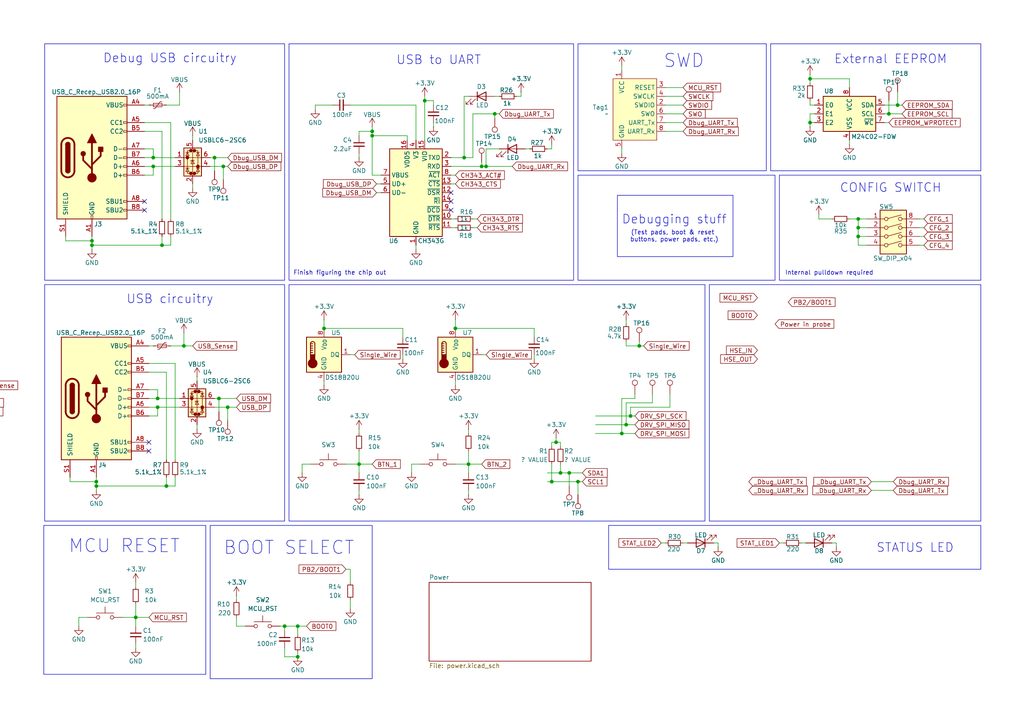
<source format=kicad_sch>
(kicad_sch (version 20231120) (generator "eeschema") (generator_version "8.0")
  (paper "A4")
  (lib_symbols
    (symbol "Connector:TestPoint" (pin_numbers hide) (pin_names (offset 0.762) hide)
      (property "Reference" "TP" (at 0 6.858 0))
      (property "Value" "TestPoint" (at 0 5.08 0))
      (symbol "TestPoint_1_1"
        (pin passive line (at 0 0 90) (length 2.54) (name "1") (number "1"))
      )
    )
    (symbol "Connector:USB_C_Receptacle_USB2.0_16P" (pin_names (offset 1.016))
      (property "Reference" "J" (at 0 22.225 0))
      (property "Value" "USB_C_Receptacle_USB2.0_16P" (at 0 19.685 0))
      (symbol "USB_C_Receptacle_USB2.0_16P_1_1"
        (pin passive line (at 0 -22.86 90) (length 5.08) (name "GND") (number "A1"))
        (pin passive line (at 0 -22.86 90) (length 5.08) hide (name "GND") (number "A12"))
        (pin passive line (at 15.24 15.24 180) (length 5.08) (name "VBUS") (number "A4"))
        (pin bidirectional line (at 15.24 10.16 180) (length 5.08) (name "CC1") (number "A5"))
        (pin bidirectional line (at 15.24 -2.54 180) (length 5.08) (name "D+") (number "A6"))
        (pin bidirectional line (at 15.24 2.54 180) (length 5.08) (name "D-") (number "A7"))
        (pin bidirectional line (at 15.24 -12.7 180) (length 5.08) (name "SBU1") (number "A8"))
        (pin passive line (at 15.24 15.24 180) (length 5.08) hide (name "VBUS") (number "A9"))
        (pin passive line (at 0 -22.86 90) (length 5.08) hide (name "GND") (number "B1"))
        (pin passive line (at 0 -22.86 90) (length 5.08) hide (name "GND") (number "B12"))
        (pin passive line (at 15.24 15.24 180) (length 5.08) hide (name "VBUS") (number "B4"))
        (pin bidirectional line (at 15.24 7.62 180) (length 5.08) (name "CC2") (number "B5"))
        (pin bidirectional line (at 15.24 -5.08 180) (length 5.08) (name "D+") (number "B6"))
        (pin bidirectional line (at 15.24 0 180) (length 5.08) (name "D-") (number "B7"))
        (pin bidirectional line (at 15.24 -15.24 180) (length 5.08) (name "SBU2") (number "B8"))
        (pin passive line (at 15.24 15.24 180) (length 5.08) hide (name "VBUS") (number "B9"))
        (pin passive line (at -7.62 -22.86 90) (length 5.08) (name "SHIELD") (number "S1"))
      )
    )
    (symbol "Device:C_Small" (pin_numbers hide) (pin_names (offset 0.254) hide)
      (property "Reference" "C" (at 0.254 1.778 0))
      (property "Value" "C_Small" (at 0.254 -2.032 0))
      (symbol "C_Small_1_1"
        (pin passive line (at 0 2.54 270) (length 2.032) (name "~") (number "1"))
        (pin passive line (at 0 -2.54 90) (length 2.032) (name "~") (number "2"))
      )
    )
    (symbol "Device:LED" (pin_numbers hide) (pin_names (offset 1.016) hide)
      (property "Reference" "D" (at 0 2.54 0))
      (property "Value" "LED" (at 0 -2.54 0))
      (symbol "LED_1_1"
        (pin passive line (at -3.81 0 0) (length 2.54) (name "K") (number "1"))
        (pin passive line (at 3.81 0 180) (length 2.54) (name "A") (number "2"))
      )
    )
    (symbol "Device:Polyfuse_Small" (pin_numbers hide) (pin_names (offset 0))
      (property "Reference" "F" (at -1.905 0 90))
      (property "Value" "Polyfuse_Small" (at 1.905 0 90))
      (symbol "Polyfuse_Small_1_1"
        (pin passive line (at 0 2.54 270) (length 0.635) (name "~") (number "1"))
        (pin passive line (at 0 -2.54 90) (length 0.635) (name "~") (number "2"))
      )
    )
    (symbol "Device:R_Small" (pin_numbers hide) (pin_names (offset 0.254) hide)
      (property "Reference" "R" (at 0.762 0.508 0))
      (property "Value" "R_Small" (at 0.762 -1.016 0))
      (symbol "R_Small_1_1"
        (pin passive line (at 0 2.54 270) (length 0.762) (name "~") (number "1"))
        (pin passive line (at 0 -2.54 90) (length 0.762) (name "~") (number "2"))
      )
    )
    (symbol "Interface_USB:CH343G"
      (property "Reference" "U" (at -8.89 13.97 0))
      (property "Value" "CH343G" (at 7.62 13.97 0))
      (symbol "CH343G_1_1"
        (pin power_in line (at 0 -15.24 90) (length 2.54) (name "GND") (number "1"))
        (pin output line (at 10.16 -7.62 180) (length 2.54) (name "~{DTR}") (number "10"))
        (pin output line (at 10.16 -10.16 180) (length 2.54) (name "~{RTS}") (number "11"))
        (pin input line (at 10.16 0 180) (length 2.54) (name "~{DSR}") (number "12"))
        (pin input line (at 10.16 2.54 180) (length 2.54) (name "~{CTS}") (number "13"))
        (pin input line (at 10.16 -2.54 180) (length 2.54) (name "~{RI}") (number "14"))
        (pin power_in line (at 2.54 15.24 270) (length 2.54) (name "VIO") (number "15"))
        (pin power_in line (at -2.54 15.24 270) (length 2.54) (name "VDD5") (number "16"))
        (pin output line (at 10.16 10.16 180) (length 2.54) (name "TXD") (number "2"))
        (pin input line (at 10.16 7.62 180) (length 2.54) (name "RXD") (number "3"))
        (pin power_out line (at 0 15.24 270) (length 2.54) (name "V3") (number "4"))
        (pin bidirectional line (at -10.16 2.54 0) (length 2.54) (name "UD+") (number "5"))
        (pin bidirectional line (at -10.16 0 0) (length 2.54) (name "UD-") (number "6"))
        (pin passive line (at -10.16 5.08 0) (length 2.54) (name "VBUS") (number "7"))
        (pin output line (at 10.16 5.08 180) (length 2.54) (name "~{ACT}") (number "8"))
        (pin input line (at 10.16 -5.08 180) (length 2.54) (name "~{DCD}") (number "9"))
      )
    )
    (symbol "Memory_EEPROM:M24C02-FDW"
      (property "Reference" "U" (at -6.35 6.35 0))
      (property "Value" "M24C02-FDW" (at 7.62 6.35 0))
      (symbol "M24C02-FDW_1_1"
        (pin input line (at -10.16 2.54 0) (length 2.54) (name "E0") (number "1"))
        (pin input line (at -10.16 0 0) (length 2.54) (name "E1") (number "2"))
        (pin input line (at -10.16 -2.54 0) (length 2.54) (name "E2") (number "3"))
        (pin power_in line (at 0 -7.62 90) (length 2.54) (name "VSS") (number "4"))
        (pin bidirectional line (at 10.16 2.54 180) (length 2.54) (name "SDA") (number "5"))
        (pin input line (at 10.16 0 180) (length 2.54) (name "SCL") (number "6"))
        (pin input line (at 10.16 -2.54 180) (length 2.54) (name "~{WC}") (number "7"))
        (pin power_in line (at 0 7.62 270) (length 2.54) (name "VCC") (number "8"))
      )
    )
    (symbol "Power_Protection:USBLC6-2SC6" (pin_names hide)
      (property "Reference" "U" (at 0.635 5.715 0))
      (property "Value" "USBLC6-2SC6" (at 0.635 3.81 0))
      (symbol "USBLC6-2SC6_1_1"
        (pin passive line (at -5.08 0 0) (length 2.54) (name "I/O1") (number "1"))
        (pin passive line (at 0 -7.62 90) (length 2.54) (name "GND") (number "2"))
        (pin passive line (at -5.08 -2.54 0) (length 2.54) (name "I/O2") (number "3"))
        (pin passive line (at 5.08 -2.54 180) (length 2.54) (name "I/O2") (number "4"))
        (pin passive line (at 0 5.08 270) (length 2.54) (name "VBUS") (number "5"))
        (pin passive line (at 5.08 0 180) (length 2.54) (name "I/O1") (number "6"))
      )
    )
    (symbol "Sensor_Temperature:DS18B20U"
      (property "Reference" "U" (at -3.81 6.35 0))
      (property "Value" "DS18B20U" (at 6.35 6.35 0))
      (symbol "DS18B20U_1_1"
        (pin bidirectional line (at 7.62 0 180) (length 2.54) (name "DQ") (number "1"))
        (pin no_connect line (at -5.08 2.54 0) (length 2.54) hide (name "NC") (number "2"))
        (pin no_connect line (at -5.08 0 0) (length 2.54) hide (name "NC") (number "3"))
        (pin power_in line (at 0 -7.62 90) (length 2.54) (name "GND") (number "4"))
        (pin no_connect line (at -5.08 -2.54 0) (length 2.54) hide (name "NC") (number "5"))
        (pin no_connect line (at 5.08 2.54 180) (length 2.54) hide (name "NC") (number "6"))
        (pin no_connect line (at 5.08 -2.54 180) (length 2.54) hide (name "NC") (number "7"))
        (pin power_in line (at 0 7.62 270) (length 2.54) (name "V_{DD}") (number "8"))
      )
    )
    (symbol "Switch:SW_DIP_x04" (pin_names (offset 0) hide)
      (property "Reference" "SW" (at 0 8.89 0))
      (property "Value" "SW_DIP_x04" (at 0 -6.35 0))
      (symbol "SW_DIP_x04_1_1"
        (pin passive line (at -7.62 5.08 0) (length 5.08) (name "~") (number "1"))
        (pin passive line (at -7.62 2.54 0) (length 5.08) (name "~") (number "2"))
        (pin passive line (at -7.62 0 0) (length 5.08) (name "~") (number "3"))
        (pin passive line (at -7.62 -2.54 0) (length 5.08) (name "~") (number "4"))
        (pin passive line (at 7.62 -2.54 180) (length 5.08) (name "~") (number "5"))
        (pin passive line (at 7.62 0 180) (length 5.08) (name "~") (number "6"))
        (pin passive line (at 7.62 2.54 180) (length 5.08) (name "~") (number "7"))
        (pin passive line (at 7.62 5.08 180) (length 5.08) (name "~") (number "8"))
      )
    )
    (symbol "Switch:SW_Push" (pin_numbers hide) (pin_names (offset 1.016) hide)
      (property "Reference" "SW" (at 1.27 2.54 0))
      (property "Value" "SW_Push" (at 0 -1.524 0))
      (symbol "SW_Push_0_1"
        (pin passive line (at -5.08 0 0) (length 2.54) (name "1") (number "1"))
        (pin passive line (at 5.08 0 180) (length 2.54) (name "2") (number "2"))
      )
    )
    (symbol "miscellaneous:Tag-Connect_TC2050"
      (property "Reference" "Tag" (at 10.414 1.778 0))
      (symbol "Tag-Connect_TC2050_1_1"
        (pin input line (at 2.54 2.54 270) (length 2.54) (name "VCC") (number "1"))
        (pin bidirectional line (at 15.24 -7.62 180) (length 2.54) (name "SWDIO") (number "2"))
        (pin bidirectional line (at 15.24 -2.54 180) (length 2.54) (name "RESET") (number "3"))
        (pin bidirectional line (at 15.24 -5.08 180) (length 2.54) (name "SWCLK") (number "4"))
        (pin input line (at 2.54 -20.32 90) (length 2.54) (name "GND") (number "5"))
        (pin bidirectional line (at 15.24 -10.16 180) (length 2.54) (name "SWO") (number "6"))
        (pin bidirectional line (at 15.24 -12.7 180) (length 2.54) (name "UART_Tx") (number "7"))
        (pin bidirectional line (at 15.24 -15.24 180) (length 2.54) (name "UART_Rx") (number "8"))
      )
    )
    (symbol "power:+3.3V" (power) (pin_numbers hide) (pin_names (offset 0) hide)
      (property "Value" "+3.3V" (at 0 3.556 0))
      (symbol "+3.3V_1_1"
        (pin power_in line (at 0 0 90) (length 0) (name "~") (number "1"))
      )
    )
    (symbol "power:GND" (power) (pin_numbers hide) (pin_names (offset 0) hide)
      (property "Value" "GND" (at 0 -3.81 0))
      (symbol "GND_1_1"
        (pin power_in line (at 0 0 270) (length 0) (name "~") (number "1"))
      )
    )
    (symbol "power:VBUS" (power) (pin_numbers hide) (pin_names (offset 0) hide)
      (property "Value" "VBUS" (at 0 3.556 0))
      (symbol "VBUS_1_1"
        (pin power_in line (at 0 0 90) (length 0) (name "~") (number "1"))
      )
    )
  )
  (junction (at 162.56 137.16))
  (junction (at 45.72 115.57))
  (junction (at 123.19 29.21))
  (junction (at 104.14 134.62))
  (junction (at 86.36 181.61))
  (junction (at 248.92 68.58))
  (junction (at 185.42 100.33))
  (junction (at 62.23 45.72))
  (junction (at 53.34 100.33))
  (junction (at 66.04 118.11))
  (junction (at 181.61 123.19))
  (junction (at 167.64 139.7))
  (junction (at 64.77 48.26))
  (junction (at 139.7 48.26))
  (junction (at 135.89 134.62))
  (junction (at 48.26 140.97))
  (junction (at 132.08 95.25))
  (junction (at 26.67 69.85))
  (junction (at 134.62 45.72))
  (junction (at 161.29 128.27))
  (junction (at 248.92 66.04))
  (junction (at 234.95 22.86))
  (junction (at 93.98 95.25))
  (junction (at 107.95 39.37))
  (junction (at 63.5 115.57))
  (junction (at 248.92 63.5))
  (junction (at 45.72 118.11))
  (junction (at 44.45 48.26))
  (junction (at 143.51 33.02))
  (junction (at 257.81 33.02))
  (junction (at 260.35 30.48))
  (junction (at 46.99 71.12))
  (junction (at 44.45 45.72))
  (junction (at 165.1 137.16))
  (junction (at 160.02 139.7))
  (junction (at 27.94 139.7))
  (junction (at 27.94 140.97))
  (junction (at 140.97 48.26))
  (junction (at 39.37 179.07))
  (junction (at 234.95 35.56))
  (junction (at 107.95 38.1))
  (junction (at 86.36 190.5))
  (junction (at 180.34 125.73))
  (junction (at 82.55 181.61))
  (junction (at 26.67 71.12))
  (junction (at 182.88 120.65))
  (no_connect (at 130.81 58.42))
  (no_connect (at 130.81 60.96))
  (no_connect (at 130.81 55.88))
  (no_connect (at 41.91 60.96))
  (no_connect (at 43.18 130.81))
  (no_connect (at 41.91 58.42))
  (no_connect (at 43.18 128.27))
  (wire (pts (xy 266.7 68.58) (xy 267.97 68.58)))
  (wire (pts (xy 193.04 33.02) (xy 198.12 33.02)))
  (wire (pts (xy 41.91 45.72) (xy 44.45 45.72)))
  (wire (pts (xy 116.84 102.87) (xy 116.84 104.14)))
  (wire (pts (xy 123.19 29.21) (xy 123.19 40.64)))
  (wire (pts (xy 120.65 71.12) (xy 120.65 72.39)))
  (wire (pts (xy 144.78 27.94) (xy 143.51 27.94)))
  (wire (pts (xy 248.92 71.12) (xy 251.46 71.12)))
  (wire (pts (xy 55.88 39.37) (xy 55.88 40.64)))
  (wire (pts (xy 234.95 35.56) (xy 234.95 36.83)))
  (wire (pts (xy 48.26 30.48) (xy 52.07 30.48)))
  (wire (pts (xy 260.35 30.48) (xy 261.62 30.48)))
  (wire (pts (xy 160.02 41.91) (xy 160.02 43.18)))
  (wire (pts (xy 93.98 92.71) (xy 93.98 95.25)))
  (wire (pts (xy 46.99 68.58) (xy 46.99 71.12)))
  (wire (pts (xy 87.63 134.62) (xy 87.63 137.16)))
  (wire (pts (xy 158.75 139.7) (xy 160.02 139.7)))
  (wire (pts (xy 140.97 102.87) (xy 139.7 102.87)))
  (wire (pts (xy 151.13 27.94) (xy 149.86 27.94)))
  (wire (pts (xy 184.15 114.3) (xy 184.15 115.57)))
  (wire (pts (xy 53.34 96.52) (xy 53.34 100.33)))
  (wire (pts (xy 132.08 95.25) (xy 154.94 95.25)))
  (wire (pts (xy 154.94 97.79) (xy 154.94 95.25)))
  (wire (pts (xy 135.89 130.81) (xy 135.89 134.62)))
  (wire (pts (xy 153.67 43.18) (xy 152.4 43.18)))
  (wire (pts (xy 101.6 165.1) (xy 101.6 168.91)))
  (wire (pts (xy 267.97 63.5) (xy 266.7 63.5)))
  (wire (pts (xy 41.91 30.48) (xy 43.18 30.48)))
  (wire (pts (xy 160.02 128.27) (xy 161.29 128.27)))
  (wire (pts (xy 68.58 115.57) (xy 63.5 115.57)))
  (wire (pts (xy 137.16 33.02) (xy 137.16 45.72)))
  (wire (pts (xy 27.94 140.97) (xy 48.26 140.97)))
  (wire (pts (xy 82.55 181.61) (xy 82.55 182.88)))
  (wire (pts (xy 234.95 33.02) (xy 234.95 35.56)))
  (wire (pts (xy 256.54 30.48) (xy 260.35 30.48)))
  (wire (pts (xy 257.81 29.21) (xy 257.81 33.02)))
  (wire (pts (xy 104.14 130.81) (xy 104.14 134.62)))
  (wire (pts (xy 104.14 134.62) (xy 104.14 137.16)))
  (wire (pts (xy 107.95 36.83) (xy 107.95 38.1)))
  (wire (pts (xy 266.7 71.12) (xy 267.97 71.12)))
  (wire (pts (xy 123.19 27.94) (xy 123.19 29.21)))
  (wire (pts (xy 66.04 45.72) (xy 62.23 45.72)))
  (wire (pts (xy 93.98 95.25) (xy 116.84 95.25)))
  (wire (pts (xy 27.94 138.43) (xy 27.94 139.7)))
  (wire (pts (xy 132.08 53.34) (xy 130.81 53.34)))
  (wire (pts (xy 64.77 48.26) (xy 64.77 52.07)))
  (wire (pts (xy 125.73 30.48) (xy 125.73 29.21)))
  (wire (pts (xy 104.14 142.24) (xy 104.14 143.51)))
  (wire (pts (xy 55.88 53.34) (xy 55.88 54.61)))
  (wire (pts (xy 50.8 48.26) (xy 44.45 48.26)))
  (wire (pts (xy 137.16 33.02) (xy 143.51 33.02)))
  (wire (pts (xy 43.18 107.95) (xy 48.26 107.95)))
  (wire (pts (xy 43.18 120.65) (xy 45.72 120.65)))
  (wire (pts (xy 82.55 187.96) (xy 82.55 190.5)))
  (wire (pts (xy 165.1 137.16) (xy 165.1 140.97)))
  (wire (pts (xy 189.23 114.3) (xy 189.23 116.84)))
  (wire (pts (xy 161.29 128.27) (xy 161.29 127)))
  (wire (pts (xy 50.8 133.35) (xy 50.8 105.41)))
  (wire (pts (xy 180.34 115.57) (xy 180.34 125.73)))
  (wire (pts (xy 180.34 43.18) (xy 180.34 44.45)))
  (wire (pts (xy 251.46 66.04) (xy 248.92 66.04)))
  (wire (pts (xy 45.72 115.57) (xy 45.72 113.03)))
  (wire (pts (xy 50.8 45.72) (xy 44.45 45.72)))
  (wire (pts (xy 180.34 125.73) (xy 172.72 125.73)))
  (wire (pts (xy 130.81 48.26) (xy 139.7 48.26)))
  (wire (pts (xy 93.98 110.49) (xy 93.98 111.76)))
  (wire (pts (xy 143.51 33.02) (xy 144.78 33.02)))
  (wire (pts (xy 260.35 26.67) (xy 260.35 30.48)))
  (wire (pts (xy 96.52 30.48) (xy 91.44 30.48)))
  (wire (pts (xy 27.94 139.7) (xy 27.94 140.97)))
  (wire (pts (xy 194.31 114.3) (xy 194.31 118.11)))
  (wire (pts (xy 123.19 29.21) (xy 125.73 29.21)))
  (wire (pts (xy 49.53 71.12) (xy 46.99 71.12)))
  (wire (pts (xy 248.92 63.5) (xy 248.92 66.04)))
  (wire (pts (xy 49.53 63.5) (xy 49.53 35.56)))
  (wire (pts (xy 160.02 139.7) (xy 167.64 139.7)))
  (wire (pts (xy 134.62 45.72) (xy 137.16 45.72)))
  (wire (pts (xy 184.15 123.19) (xy 181.61 123.19)))
  (wire (pts (xy 50.8 105.41) (xy 43.18 105.41)))
  (wire (pts (xy 110.49 50.8) (xy 107.95 50.8)))
  (wire (pts (xy 165.1 137.16) (xy 168.91 137.16)))
  (wire (pts (xy 104.14 124.46) (xy 104.14 125.73)))
  (wire (pts (xy 185.42 99.06) (xy 185.42 100.33)))
  (wire (pts (xy 41.91 48.26) (xy 44.45 48.26)))
  (wire (pts (xy 252.73 142.24) (xy 259.08 142.24)))
  (wire (pts (xy 160.02 134.62) (xy 160.02 139.7)))
  (wire (pts (xy 119.38 134.62) (xy 119.38 137.16)))
  (wire (pts (xy 64.77 48.26) (xy 60.96 48.26)))
  (wire (pts (xy 81.28 181.61) (xy 82.55 181.61)))
  (wire (pts (xy 52.07 115.57) (xy 45.72 115.57)))
  (wire (pts (xy 109.22 53.34) (xy 110.49 53.34)))
  (wire (pts (xy 104.14 134.62) (xy 100.33 134.62)))
  (wire (pts (xy 193.04 30.48) (xy 198.12 30.48)))
  (wire (pts (xy 41.91 38.1) (xy 46.99 38.1)))
  (wire (pts (xy 57.15 109.22) (xy 57.15 110.49)))
  (wire (pts (xy 193.04 25.4) (xy 198.12 25.4)))
  (wire (pts (xy 39.37 168.91) (xy 39.37 170.18)))
  (wire (pts (xy 246.38 40.64) (xy 246.38 41.91)))
  (wire (pts (xy 132.08 63.5) (xy 130.81 63.5)))
  (wire (pts (xy 234.95 22.86) (xy 246.38 22.86)))
  (wire (pts (xy 242.57 157.48) (xy 242.57 158.75)))
  (wire (pts (xy 82.55 181.61) (xy 86.36 181.61)))
  (wire (pts (xy 45.72 118.11) (xy 45.72 120.65)))
  (wire (pts (xy 139.7 48.26) (xy 140.97 48.26)))
  (wire (pts (xy 232.41 157.48) (xy 233.68 157.48)))
  (wire (pts (xy 104.14 38.1) (xy 107.95 38.1)))
  (wire (pts (xy 44.45 43.18) (xy 41.91 43.18)))
  (wire (pts (xy 181.61 116.84) (xy 181.61 123.19)))
  (wire (pts (xy 100.33 165.1) (xy 101.6 165.1)))
  (wire (pts (xy 162.56 134.62) (xy 162.56 137.16)))
  (wire (pts (xy 82.55 190.5) (xy 86.36 190.5)))
  (wire (pts (xy 257.81 33.02) (xy 261.62 33.02)))
  (wire (pts (xy 143.51 33.02) (xy 143.51 34.29)))
  (wire (pts (xy 41.91 50.8) (xy 44.45 50.8)))
  (wire (pts (xy 104.14 134.62) (xy 107.95 134.62)))
  (wire (pts (xy 144.78 43.18) (xy 140.97 43.18)))
  (wire (pts (xy 20.32 139.7) (xy 27.94 139.7)))
  (wire (pts (xy 182.88 120.65) (xy 172.72 120.65)))
  (wire (pts (xy 120.65 40.64) (xy 120.65 30.48)))
  (wire (pts (xy 160.02 43.18) (xy 158.75 43.18)))
  (wire (pts (xy 44.45 48.26) (xy 44.45 50.8)))
  (wire (pts (xy 49.53 68.58) (xy 49.53 71.12)))
  (wire (pts (xy 193.04 38.1) (xy 198.12 38.1)))
  (wire (pts (xy 226.06 157.48) (xy 227.33 157.48)))
  (wire (pts (xy 39.37 175.26) (xy 39.37 179.07)))
  (wire (pts (xy 26.67 68.58) (xy 26.67 69.85)))
  (wire (pts (xy 57.15 123.19) (xy 57.15 124.46)))
  (wire (pts (xy 236.22 35.56) (xy 234.95 35.56)))
  (wire (pts (xy 132.08 66.04) (xy 130.81 66.04)))
  (wire (pts (xy 125.73 35.56) (xy 125.73 36.83)))
  (wire (pts (xy 45.72 113.03) (xy 43.18 113.03)))
  (wire (pts (xy 39.37 179.07) (xy 39.37 181.61)))
  (wire (pts (xy 107.95 39.37) (xy 107.95 50.8)))
  (wire (pts (xy 236.22 33.02) (xy 234.95 33.02)))
  (wire (pts (xy 68.58 179.07) (xy 68.58 181.61)))
  (wire (pts (xy 26.67 72.39) (xy 26.67 71.12)))
  (wire (pts (xy 138.43 63.5) (xy 137.16 63.5)))
  (wire (pts (xy 107.95 38.1) (xy 107.95 39.37)))
  (wire (pts (xy 26.67 69.85) (xy 26.67 71.12)))
  (wire (pts (xy 39.37 186.69) (xy 39.37 187.96)))
  (wire (pts (xy 135.89 142.24) (xy 135.89 143.51)))
  (wire (pts (xy 167.64 139.7) (xy 168.91 139.7)))
  (wire (pts (xy 63.5 115.57) (xy 62.23 115.57)))
  (wire (pts (xy 234.95 22.86) (xy 234.95 24.13)))
  (wire (pts (xy 86.36 181.61) (xy 88.9 181.61)))
  (wire (pts (xy 154.94 102.87) (xy 154.94 104.14)))
  (wire (pts (xy 256.54 33.02) (xy 257.81 33.02)))
  (wire (pts (xy 134.62 27.94) (xy 134.62 45.72)))
  (wire (pts (xy 140.97 43.18) (xy 140.97 48.26)))
  (wire (pts (xy 162.56 129.54) (xy 162.56 128.27)))
  (wire (pts (xy 19.05 68.58) (xy 19.05 69.85)))
  (wire (pts (xy 132.08 110.49) (xy 132.08 111.76)))
  (wire (pts (xy 184.15 125.73) (xy 180.34 125.73)))
  (wire (pts (xy 237.49 63.5) (xy 241.3 63.5)))
  (wire (pts (xy 252.73 139.7) (xy 259.08 139.7)))
  (wire (pts (xy 52.07 26.67) (xy 52.07 30.48)))
  (wire (pts (xy 120.65 30.48) (xy 101.6 30.48)))
  (wire (pts (xy 109.22 55.88) (xy 110.49 55.88)))
  (wire (pts (xy 180.34 19.05) (xy 180.34 20.32)))
  (wire (pts (xy 248.92 66.04) (xy 248.92 68.58)))
  (wire (pts (xy 90.17 134.62) (xy 87.63 134.62)))
  (wire (pts (xy 193.04 35.56) (xy 198.12 35.56)))
  (wire (pts (xy 43.18 115.57) (xy 45.72 115.57)))
  (wire (pts (xy 116.84 97.79) (xy 116.84 95.25)))
  (wire (pts (xy 50.8 138.43) (xy 50.8 140.97)))
  (wire (pts (xy 66.04 118.11) (xy 66.04 121.92)))
  (wire (pts (xy 63.5 115.57) (xy 63.5 119.38)))
  (wire (pts (xy 241.3 157.48) (xy 242.57 157.48)))
  (wire (pts (xy 198.12 157.48) (xy 199.39 157.48)))
  (wire (pts (xy 20.32 138.43) (xy 20.32 139.7)))
  (wire (pts (xy 161.29 128.27) (xy 162.56 128.27)))
  (wire (pts (xy 139.7 46.99) (xy 139.7 48.26)))
  (wire (pts (xy 135.89 134.62) (xy 135.89 137.16)))
  (wire (pts (xy 158.75 137.16) (xy 162.56 137.16)))
  (wire (pts (xy 48.26 107.95) (xy 48.26 133.35)))
  (wire (pts (xy 55.88 100.33) (xy 53.34 100.33)))
  (wire (pts (xy 48.26 138.43) (xy 48.26 140.97)))
  (wire (pts (xy 39.37 179.07) (xy 43.18 179.07)))
  (wire (pts (xy 234.95 29.21) (xy 234.95 30.48)))
  (wire (pts (xy 118.11 39.37) (xy 118.11 40.64)))
  (wire (pts (xy 49.53 100.33) (xy 53.34 100.33)))
  (wire (pts (xy 22.86 179.07) (xy 22.86 181.61)))
  (wire (pts (xy 181.61 99.06) (xy 181.61 100.33)))
  (wire (pts (xy 184.15 120.65) (xy 182.88 120.65)))
  (wire (pts (xy 132.08 92.71) (xy 132.08 95.25)))
  (wire (pts (xy 160.02 129.54) (xy 160.02 128.27)))
  (wire (pts (xy 251.46 63.5) (xy 248.92 63.5)))
  (wire (pts (xy 193.04 27.94) (xy 198.12 27.94)))
  (wire (pts (xy 52.07 118.11) (xy 45.72 118.11)))
  (wire (pts (xy 138.43 66.04) (xy 137.16 66.04)))
  (wire (pts (xy 68.58 118.11) (xy 66.04 118.11)))
  (wire (pts (xy 191.77 157.48) (xy 193.04 157.48)))
  (wire (pts (xy 71.12 181.61) (xy 68.58 181.61)))
  (wire (pts (xy 27.94 142.24) (xy 27.94 140.97)))
  (wire (pts (xy 189.23 116.84) (xy 181.61 116.84)))
  (wire (pts (xy 66.04 118.11) (xy 62.23 118.11)))
  (wire (pts (xy 208.28 157.48) (xy 207.01 157.48)))
  (wire (pts (xy 208.28 158.75) (xy 208.28 157.48)))
  (wire (pts (xy 151.13 26.67) (xy 151.13 27.94)))
  (wire (pts (xy 181.61 123.19) (xy 172.72 123.19)))
  (wire (pts (xy 68.58 172.72) (xy 68.58 173.99)))
  (wire (pts (xy 251.46 68.58) (xy 248.92 68.58)))
  (wire (pts (xy 194.31 118.11) (xy 182.88 118.11)))
  (wire (pts (xy 130.81 45.72) (xy 134.62 45.72)))
  (wire (pts (xy 43.18 118.11) (xy 45.72 118.11)))
  (wire (pts (xy 181.61 92.71) (xy 181.61 93.98)))
  (wire (pts (xy 62.23 45.72) (xy 62.23 49.53)))
  (wire (pts (xy 104.14 44.45) (xy 104.14 45.72)))
  (wire (pts (xy 248.92 68.58) (xy 248.92 71.12)))
  (wire (pts (xy 91.44 30.48) (xy 91.44 31.75)))
  (wire (pts (xy 39.37 179.07) (xy 35.56 179.07)))
  (wire (pts (xy 236.22 30.48) (xy 234.95 30.48)))
  (wire (pts (xy 140.97 48.26) (xy 148.59 48.26)))
  (wire (pts (xy 234.95 21.59) (xy 234.95 22.86)))
  (wire (pts (xy 26.67 71.12) (xy 46.99 71.12)))
  (wire (pts (xy 237.49 62.23) (xy 237.49 63.5)))
  (wire (pts (xy 246.38 22.86) (xy 246.38 25.4)))
  (wire (pts (xy 86.36 181.61) (xy 86.36 184.15)))
  (wire (pts (xy 25.4 179.07) (xy 22.86 179.07)))
  (wire (pts (xy 184.15 115.57) (xy 180.34 115.57)))
  (wire (pts (xy 246.38 63.5) (xy 248.92 63.5)))
  (wire (pts (xy 135.89 134.62) (xy 139.7 134.62)))
  (wire (pts (xy 19.05 69.85) (xy 26.67 69.85)))
  (wire (pts (xy 107.95 39.37) (xy 118.11 39.37)))
  (wire (pts (xy 135.89 124.46) (xy 135.89 125.73)))
  (wire (pts (xy 162.56 137.16) (xy 165.1 137.16)))
  (wire (pts (xy 186.69 100.33) (xy 185.42 100.33)))
  (wire (pts (xy 121.92 134.62) (xy 119.38 134.62)))
  (wire (pts (xy 256.54 35.56) (xy 257.81 35.56)))
  (wire (pts (xy 101.6 173.99) (xy 101.6 176.53)))
  (wire (pts (xy 135.89 134.62) (xy 132.08 134.62)))
  (wire (pts (xy 66.04 48.26) (xy 64.77 48.26)))
  (wire (pts (xy 49.53 35.56) (xy 41.91 35.56)))
  (wire (pts (xy 132.08 50.8) (xy 130.81 50.8)))
  (wire (pts (xy 185.42 100.33) (xy 181.61 100.33)))
  (wire (pts (xy 167.64 139.7) (xy 167.64 143.51)))
  (wire (pts (xy 62.23 45.72) (xy 60.96 45.72)))
  (wire (pts (xy 86.36 189.23) (xy 86.36 190.5)))
  (wire (pts (xy 43.18 100.33) (xy 44.45 100.33)))
  (wire (pts (xy 182.88 118.11) (xy 182.88 120.65)))
  (wire (pts (xy 267.97 66.04) (xy 266.7 66.04)))
  (wire (pts (xy 44.45 45.72) (xy 44.45 43.18)))
  (wire (pts (xy 135.89 27.94) (xy 134.62 27.94)))
  (wire (pts (xy 46.99 38.1) (xy 46.99 63.5)))
  (wire (pts (xy 102.87 102.87) (xy 101.6 102.87)))
  (wire (pts (xy 104.14 39.37) (xy 104.14 38.1)))
  (wire (pts (xy 50.8 140.97) (xy 48.26 140.97)))
  (rectangle (start 12.954 82.55) (end 82.55 151.13))
  (rectangle (start 167.64 12.7) (end 222.25 49.53))
  (rectangle (start 223.52 12.7) (end 284.48 49.53))
  (rectangle (start 60.96 152.4) (end 107.95 196.85))
  (rectangle (start 83.82 12.7) (end 166.37 81.28))
  (rectangle (start 167.64 50.8) (end 224.79 81.28))
  (rectangle (start 179.07 56.642) (end 212.598 74.422))
  (rectangle (start 83.82 82.55) (end 204.47 151.13))
  (rectangle (start 12.954 12.7) (end 82.55 81.28))
  (rectangle (start 226.06 50.8) (end 284.48 81.28))
  (rectangle (start 176.53 152.4) (end 284.48 165.1))
  (rectangle (start 12.7 152.4) (end 59.69 195.58))
  (rectangle (start 205.74 82.55) (end 284.48 151.13))
  (text "BOOT SELECT" (at 83.82 159.004 0) (effects (font (size 3.81 3.81))))
  (text "STATUS LED" (at 265.43 159.004 0) (effects (font (size 2.54 2.54))))
  (text "USB circuitry" (at 49.276 86.868 0) (effects (font (size 2.54 2.54))))
  (text "USB to UART" (at 127.254 17.526 0) (effects (font (size 2.54 2.54))))
  (text "Internal pulldown required" (at 240.538 79.248 0) (effects (font (size 1.27 1.27))))
  (text "Finish figuring the chip out" (at 98.552 79.248 0) (effects (font (size 1.27 1.27))))
  (text "Debugging stuff" (at 195.58 63.754 0) (effects (font (size 2.54 2.54))))
  (text "External EEPROM" (at 258.318 17.272 0) (effects (font (size 2.54 2.54))))
  (text "CONFIG SWITCH" (at 258.318 54.61 0) (effects (font (size 2.54 2.54))))
  (text "SWD" (at 198.374 17.78 0) (effects (font (size 3.81 3.81))))
  (text "MCU RESET" (at 36.068 158.496 0) (effects (font (size 3.81 3.81))))
  (text "(Test pads, boot & reset \nbuttons, power pads, etc.)" (at 195.58 68.58 0) (effects (font (size 1.27 1.27))))
  (text "Debug USB circuitry" (at 49.276 17.018 0) (effects (font (size 2.54 2.54))))
  (global_label "Dbug_UART_Rx" (shape input) (at 259.08 139.7 0) (property "Intersheetrefs" "${INTERSHEET_REFS}" (effects (hide yes))))
  (global_label "EEPROM_SDA" (shape input) (at 261.62 30.48 0) (property "Intersheetrefs" "${INTERSHEET_REFS}" (effects (hide yes))))
  (global_label "Dbug_UART_Rx" (shape input) (at 198.12 38.1 0) (property "Intersheetrefs" "${INTERSHEET_REFS}" (effects (hide yes))))
  (global_label "SCL1" (shape input) (at 168.91 139.7 0) (property "Intersheetrefs" "${INTERSHEET_REFS}" (effects (hide yes))))
  (global_label "CH343_CTS" (shape input) (at 132.08 53.34 0) (property "Intersheetrefs" "${INTERSHEET_REFS}" (effects (hide yes))))
  (global_label "EEPROM_SCL" (shape input) (at 261.62 33.02 0) (property "Intersheetrefs" "${INTERSHEET_REFS}" (effects (hide yes))))
  (global_label "PB2{slash}BOOT1" (shape input) (at 228.6 87.63 0) (property "Intersheetrefs" "${INTERSHEET_REFS}" (effects (hide yes))))
  (global_label "USB_DP" (shape input) (at -8.89 119.38 0) (property "Intersheetrefs" "${INTERSHEET_REFS}" (effects (hide yes))))
  (global_label "STAT_LED2" (shape input) (at 191.77 157.48 180) (property "Intersheetrefs" "${INTERSHEET_REFS}" (effects (hide yes))))
  (global_label "Dbug_UART_Rx" (shape input) (at 148.59 48.26 0) (property "Intersheetrefs" "${INTERSHEET_REFS}" (effects (hide yes))))
  (global_label "MCU_RST" (shape input) (at 198.12 25.4 0) (property "Intersheetrefs" "${INTERSHEET_REFS}" (effects (hide yes))))
  (global_label "Dbug_UART_Tx" (shape input) (at 144.78 33.02 0) (property "Intersheetrefs" "${INTERSHEET_REFS}" (effects (hide yes))))
  (global_label "SWDIO" (shape input) (at -8.89 121.92 0) (property "Intersheetrefs" "${INTERSHEET_REFS}" (effects (hide yes))))
  (global_label "MCU_RST" (shape input) (at 219.71 86.36 180) (property "Intersheetrefs" "${INTERSHEET_REFS}" (effects (hide yes))))
  (global_label "SWCLK" (shape input) (at -8.89 124.46 0) (property "Intersheetrefs" "${INTERSHEET_REFS}" (effects (hide yes))))
  (global_label "_Dbug_UART_Tx" (shape input) (at 217.17 139.7 0) (property "Intersheetrefs" "${INTERSHEET_REFS}" (effects (hide yes))))
  (global_label "Dbug_USB_DM" (shape input) (at 109.22 55.88 180) (property "Intersheetrefs" "${INTERSHEET_REFS}" (effects (hide yes))))
  (global_label "CH343_ACT#" (shape input) (at 132.08 50.8 0) (property "Intersheetrefs" "${INTERSHEET_REFS}" (effects (hide yes))))
  (global_label "SWDIO" (shape input) (at 198.12 30.48 0) (property "Intersheetrefs" "${INTERSHEET_REFS}" (effects (hide yes))))
  (global_label "USB_DP" (shape input) (at 68.58 118.11 0) (property "Intersheetrefs" "${INTERSHEET_REFS}" (effects (hide yes))))
  (global_label "DRV_SPI_MOSI" (shape input) (at 184.15 125.73 0) (property "Intersheetrefs" "${INTERSHEET_REFS}" (effects (hide yes))))
  (global_label "Dbug_USB_DM" (shape input) (at 66.04 45.72 0) (property "Intersheetrefs" "${INTERSHEET_REFS}" (effects (hide yes))))
  (global_label "EEPROM_WPROTECT" (shape input) (at 257.81 35.56 0) (property "Intersheetrefs" "${INTERSHEET_REFS}" (effects (hide yes))))
  (global_label "SDA1" (shape input) (at 168.91 137.16 0) (property "Intersheetrefs" "${INTERSHEET_REFS}" (effects (hide yes))))
  (global_label "CH343_RTS" (shape input) (at 138.43 66.04 0) (property "Intersheetrefs" "${INTERSHEET_REFS}" (effects (hide yes))))
  (global_label "SWO" (shape input) (at 198.12 33.02 0) (property "Intersheetrefs" "${INTERSHEET_REFS}" (effects (hide yes))))
  (global_label "Single_Wire" (shape input) (at 140.97 102.87 0) (property "Intersheetrefs" "${INTERSHEET_REFS}" (effects (hide yes))))
  (global_label "Dbug_UART_Tx" (shape input) (at 198.12 35.56 0) (property "Intersheetrefs" "${INTERSHEET_REFS}" (effects (hide yes))))
  (global_label "CFG_1" (shape input) (at 267.97 63.5 0) (property "Intersheetrefs" "${INTERSHEET_REFS}" (effects (hide yes))))
  (global_label "USB_Sense" (shape input) (at -7.62 111.76 0) (property "Intersheetrefs" "${INTERSHEET_REFS}" (effects (hide yes))))
  (global_label "PB2{slash}BOOT1" (shape input) (at 100.33 165.1 180) (property "Intersheetrefs" "${INTERSHEET_REFS}" (effects (hide yes))))
  (global_label "USB_Sense" (shape input) (at 55.88 100.33 0) (property "Intersheetrefs" "${INTERSHEET_REFS}" (effects (hide yes))))
  (global_label "HSE_IN" (shape input) (at 219.71 101.6 180) (property "Intersheetrefs" "${INTERSHEET_REFS}" (effects (hide yes))))
  (global_label "CFG_3" (shape input) (at 267.97 68.58 0) (property "Intersheetrefs" "${INTERSHEET_REFS}" (effects (hide yes))))
  (global_label "BOOT0" (shape input) (at 219.71 91.44 180) (property "Intersheetrefs" "${INTERSHEET_REFS}" (effects (hide yes))))
  (global_label "BOOT0" (shape input) (at 88.9 181.61 0) (property "Intersheetrefs" "${INTERSHEET_REFS}" (effects (hide yes))))
  (global_label "Dbug_UART_Tx" (shape input) (at 259.08 142.24 0) (property "Intersheetrefs" "${INTERSHEET_REFS}" (effects (hide yes))))
  (global_label "STAT_LED1" (shape input) (at 226.06 157.48 180) (property "Intersheetrefs" "${INTERSHEET_REFS}" (effects (hide yes))))
  (global_label "MCU_RST" (shape input) (at 43.18 179.07 0) (property "Intersheetrefs" "${INTERSHEET_REFS}" (effects (hide yes))))
  (global_label "Power in probe" (shape input) (at 224.79 93.98 0) (property "Intersheetrefs" "${INTERSHEET_REFS}" (effects (hide yes))))
  (global_label "Single_Wire" (shape input) (at 186.69 100.33 0) (property "Intersheetrefs" "${INTERSHEET_REFS}" (effects (hide yes))))
  (global_label "DRV_SPI_MISO" (shape input) (at 184.15 123.19 0) (property "Intersheetrefs" "${INTERSHEET_REFS}" (effects (hide yes))))
  (global_label "_Dbug_UART_Rx" (shape input) (at 252.73 142.24 180) (property "Intersheetrefs" "${INTERSHEET_REFS}" (effects (hide yes))))
  (global_label "SWCLK" (shape input) (at 198.12 27.94 0) (property "Intersheetrefs" "${INTERSHEET_REFS}" (effects (hide yes))))
  (global_label "_Dbug_UART_Tx" (shape input) (at 252.73 139.7 180) (property "Intersheetrefs" "${INTERSHEET_REFS}" (effects (hide yes))))
  (global_label "HSE_OUT" (shape input) (at 219.71 104.14 180) (property "Intersheetrefs" "${INTERSHEET_REFS}" (effects (hide yes))))
  (global_label "_Dbug_UART_Rx" (shape input) (at 217.17 142.24 0) (property "Intersheetrefs" "${INTERSHEET_REFS}" (effects (hide yes))))
  (global_label "USB_DM" (shape input) (at -8.89 116.84 0) (property "Intersheetrefs" "${INTERSHEET_REFS}" (effects (hide yes))))
  (global_label "CFG_4" (shape input) (at 267.97 71.12 0) (property "Intersheetrefs" "${INTERSHEET_REFS}" (effects (hide yes))))
  (global_label "DRV_SPI_SCK" (shape input) (at 184.15 120.65 0) (property "Intersheetrefs" "${INTERSHEET_REFS}" (effects (hide yes))))
  (global_label "Single_Wire" (shape input) (at 102.87 102.87 0) (property "Intersheetrefs" "${INTERSHEET_REFS}" (effects (hide yes))))
  (global_label "BTN_1" (shape input) (at 107.95 134.62 0) (property "Intersheetrefs" "${INTERSHEET_REFS}" (effects (hide yes))))
  (global_label "CH343_DTR" (shape input) (at 138.43 63.5 0) (property "Intersheetrefs" "${INTERSHEET_REFS}" (effects (hide yes))))
  (global_label "BTN_2" (shape input) (at 139.7 134.62 0) (property "Intersheetrefs" "${INTERSHEET_REFS}" (effects (hide yes))))
  (global_label "Dbug_USB_DP" (shape input) (at 66.04 48.26 0) (property "Intersheetrefs" "${INTERSHEET_REFS}" (effects (hide yes))))
  (global_label "Dbug_USB_DP" (shape input) (at 109.22 53.34 180) (property "Intersheetrefs" "${INTERSHEET_REFS}" (effects (hide yes))))
  (global_label "USB_DM" (shape input) (at 68.58 115.57 0) (property "Intersheetrefs" "${INTERSHEET_REFS}" (effects (hide yes))))
  (global_label "CFG_2" (shape input) (at 267.97 66.04 0) (property "Intersheetrefs" "${INTERSHEET_REFS}" (effects (hide yes))))
  (symbol (lib_id "Switch:SW_DIP_x04") (at 259.08 68.58 0) (unit 1)
    (property "Reference" "SW5" (at 255.016 59.944 0) (effects (justify left)))
    (property "Value" "SW_DIP_x04" (at 253.238 74.93 0) (effects (justify left)))
    (property "Description" "4x DIP Switch, Single Pole Single Throw (SPST) switch, small symbol" (effects (hide yes)))
  )
  (symbol (lib_id "power:+3.3V") (at 123.19 27.94 0) (unit 1)
    (property "Reference" "#PWR060" (effects (hide yes)))
    (property "Value" "+3.3V" (at 123.19 24.13 0))
    (property "Description" "Power symbol creates a global label with name \"+3.3V\"" (effects (hide yes)))
  )
  (symbol (lib_id "power:+3.3V") (at 180.34 19.05 0) (unit 1)
    (property "Reference" "#PWR085" (effects (hide yes)))
    (property "Value" "+3.3V" (at 180.34 15.24 0))
    (property "Description" "Power symbol creates a global label with name \"+3.3V\"" (effects (hide yes)))
  )
  (symbol (lib_id "Device:R_Small") (at 229.87 157.48 90) (unit 1)
    (property "Reference" "R31" (at 231.902 155.702 90) (effects (justify left)))
    (property "Value" "220" (at 231.902 159.258 90) (effects (justify left)))
    (property "Description" "Resistor, small symbol" (effects (hide yes)))
  )
  (symbol (lib_id "power:GND") (at 234.95 36.83 0) (unit 1)
    (property "Reference" "#PWR090" (effects (hide yes)))
    (property "Value" "GND" (at 234.95 40.64 0))
    (property "Description" "Power symbol creates a global label with name \"GND\" , ground" (effects (hide yes)))
  )
  (symbol (lib_id "Device:R_Small") (at 181.61 96.52 180) (unit 1)
    (property "Reference" "R28" (at 180.34 95.504 0) (effects (justify left)))
    (property "Value" "4.7k" (at 180.34 97.536 0) (effects (justify left)))
    (property "Description" "Resistor, small symbol" (effects (hide yes)))
  )
  (symbol (lib_id "Device:C_Small") (at 116.84 100.33 0) (unit 1)
    (property "Reference" "C11" (at 117.348 98.552 0) (effects (justify left)))
    (property "Value" "100nF" (at 117.094 102.362 0) (effects (justify left)))
    (property "Description" "Unpolarized capacitor, small symbol" (effects (hide yes)))
  )
  (symbol (lib_id "power:+3.3V") (at 151.13 26.67 0) (unit 1)
    (property "Reference" "#PWR077" (effects (hide yes)))
    (property "Value" "+3.3V" (at 151.13 22.86 0))
    (property "Description" "Power symbol creates a global label with name \"+3.3V\"" (effects (hide yes)))
  )
  (symbol (lib_id "power:+3.3V") (at 93.98 92.71 0) (unit 1)
    (property "Reference" "#PWR034" (effects (hide yes)))
    (property "Value" "+3.3V" (at 93.98 88.9 0))
    (property "Description" "Power symbol creates a global label with name \"+3.3V\"" (effects (hide yes)))
  )
  (symbol (lib_id "Sensor_Temperature:DS18B20U") (at 132.08 102.87 0) (unit 1)
    (property "Reference" "U7" (at 136.906 96.52 0) (effects (justify right)))
    (property "Value" "DS18B20U" (at 142.494 109.474 0) (effects (justify right)))
    (property "Footprint" "Package_SO:MSOP-8_3x3mm_P0.65mm" (effects (hide yes)))
    (property "Datasheet" "http://datasheets.maximintegrated.com/en/ds/DS18B20.pdf" (effects (hide yes)))
    (property "Description" "Programmable Resolution 1-Wire Digital Thermometer MSOP-8" (effects (hide yes)))
  )
  (symbol (lib_id "power:GND") (at 87.63 137.16 0) (unit 1)
    (property "Reference" "#PWR032" (effects (hide yes)))
    (property "Value" "GND" (at 87.63 140.97 0))
    (property "Description" "Power symbol creates a global label with name \"GND\" , ground" (effects (hide yes)))
  )
  (symbol (lib_id "Device:R_Small") (at 234.95 26.67 180) (unit 1)
    (property "Reference" "R33" (at 233.68 25.654 0) (effects (justify left)))
    (property "Value" "2k" (at 233.68 27.686 0) (effects (justify left)))
    (property "Description" "Resistor, small symbol" (effects (hide yes)))
  )
  (symbol (lib_id "Device:R_Small") (at 39.37 172.72 0) (unit 1)
    (property "Reference" "R3" (at 41.91 171.4499 0) (effects (justify left)))
    (property "Value" "10k" (at 41.91 173.9899 0) (effects (justify left)))
    (property "Description" "Resistor, small symbol" (effects (hide yes)))
  )
  (symbol (lib_id "power:VBUS") (at 57.15 109.22 0) (unit 1)
    (property "Reference" "#PWR028" (effects (hide yes)))
    (property "Value" "VBUS" (at 57.15 105.664 0))
    (property "Description" "Power symbol creates a global label with name \"VBUS\"" (effects (hide yes)))
  )
  (symbol (lib_id "Connector:TestPoint") (at 257.81 29.21 0) (unit 1)
    (property "Reference" "TP17" (at 256.032 23.876 0) (effects (justify left)))
    (property "Value" "TestPoint" (effects (hide yes)))
    (property "Description" "test point" (effects (hide yes)))
  )
  (symbol (lib_id "Device:Polyfuse_Small") (at 45.72 30.48 90) (unit 1)
    (property "Reference" "F1" (at 45.72 26.162 90))
    (property "Value" "500mA" (at 45.72 27.94 90))
    (property "Description" "Resettable fuse, polymeric positive temperature coefficient, small symbol" (effects (hide yes)))
  )
  (symbol (lib_id "Connector:TestPoint") (at 167.64 143.51 180) (unit 1)
    (property "Reference" "TP8" (at 169.418 148.844 0) (effects (justify left)))
    (property "Value" "TestPoint" (effects (hide yes)))
    (property "Description" "test point" (effects (hide yes)))
  )
  (symbol (lib_id "power:GND") (at 93.98 111.76 0) (unit 1)
    (property "Reference" "#PWR037" (effects (hide yes)))
    (property "Value" "GND" (at 93.98 115.57 0))
    (property "Description" "Power symbol creates a global label with name \"GND\" , ground" (effects (hide yes)))
  )
  (symbol (lib_id "power:GND") (at 104.14 45.72 0) (unit 1)
    (property "Reference" "#PWR040" (effects (hide yes)))
    (property "Value" "GND" (at 104.14 49.53 0))
    (property "Description" "Power symbol creates a global label with name \"GND\" , ground" (effects (hide yes)))
  )
  (symbol (lib_id "power:GND") (at 154.94 104.14 0) (unit 1)
    (property "Reference" "#PWR078" (effects (hide yes)))
    (property "Value" "GND" (at 154.94 107.95 0))
    (property "Description" "Power symbol creates a global label with name \"GND\" , ground" (effects (hide yes)))
  )
  (symbol (lib_id "power:VBUS") (at 53.34 96.52 0) (unit 1)
    (property "Reference" "#PWR025" (effects (hide yes)))
    (property "Value" "VBUS" (at 53.34 92.964 0))
    (property "Description" "Power symbol creates a global label with name \"VBUS\"" (effects (hide yes)))
  )
  (symbol (lib_id "Connector:TestPoint") (at 184.15 114.3 0) (unit 1)
    (property "Reference" "TP4" (at 182.372 108.966 0) (effects (justify left)))
    (property "Value" "TestPoint" (effects (hide yes)))
    (property "Description" "test point" (effects (hide yes)))
  )
  (symbol (lib_id "power:+3.3V") (at 234.95 21.59 0) (unit 1)
    (property "Reference" "#PWR088" (effects (hide yes)))
    (property "Value" "+3.3V" (at 234.95 17.78 0))
    (property "Description" "Power symbol creates a global label with name \"+3.3V\"" (effects (hide yes)))
  )
  (symbol (lib_id "Device:C_Small") (at 125.73 33.02 0) (unit 1)
    (property "Reference" "C12" (at 126.238 31.242 0) (effects (justify left)))
    (property "Value" "100nF" (at 125.984 35.052 0) (effects (justify left)))
    (property "Description" "Unpolarized capacitor, small symbol" (effects (hide yes)))
  )
  (symbol (lib_id "power:+3.3V") (at 68.58 172.72 0) (unit 1)
    (property "Reference" "#PWR030" (effects (hide yes)))
    (property "Value" "+3.3V" (at 68.58 168.91 0))
    (property "Description" "Power symbol creates a global label with name \"+3.3V\"" (effects (hide yes)))
  )
  (symbol (lib_id "power:GND") (at 22.86 181.61 0) (unit 1)
    (property "Reference" "#PWR06" (effects (hide yes)))
    (property "Value" "GND" (at 22.86 185.42 0))
    (property "Description" "Power symbol creates a global label with name \"GND\" , ground" (effects (hide yes)))
  )
  (symbol (lib_id "Device:R_Small") (at 101.6 171.45 0) (mirror y) (unit 1)
    (property "Reference" "R14" (at 99.06 170.1799 0) (effects (justify left)))
    (property "Value" "10k" (at 99.06 172.7199 0) (effects (justify left)))
    (property "Description" "Resistor, small symbol" (effects (hide yes)))
  )
  (symbol (lib_id "power:GND") (at 180.34 44.45 0) (unit 1)
    (property "Reference" "#PWR086" (effects (hide yes)))
    (property "Value" "GND" (at 180.34 48.26 0))
    (property "Description" "Power symbol creates a global label with name \"GND\" , ground" (effects (hide yes)))
  )
  (symbol (lib_id "Device:LED") (at 139.7 27.94 0) (unit 1)
    (property "Reference" "D3" (at 140.97 25.146 0) (effects (justify right)))
    (property "Value" "LED" (at 141.732 30.48 0) (effects (justify right)))
    (property "Description" "Light emitting diode" (effects (hide yes)))
  )
  (symbol (lib_id "Switch:SW_Push") (at 76.2 181.61 0) (unit 1)
    (property "Reference" "SW2" (at 76.2 173.99 0))
    (property "Value" "MCU_RST" (at 76.2 176.53 0))
    (property "Description" "Push button switch, generic, two pins" (effects (hide yes)))
  )
  (symbol (lib_id "Device:R_Small") (at 86.36 186.69 0) (mirror y) (unit 1)
    (property "Reference" "R13" (at 87.376 185.674 0) (effects (justify right)))
    (property "Value" "10k" (at 87.376 188.214 0) (effects (justify right)))
    (property "Description" "Resistor, small symbol" (effects (hide yes)))
  )
  (symbol (lib_id "power:+3.3V") (at 104.14 124.46 0) (unit 1)
    (property "Reference" "#PWR041" (effects (hide yes)))
    (property "Value" "+3.3V" (at 104.14 120.65 0))
    (property "Description" "Power symbol creates a global label with name \"+3.3V\"" (effects (hide yes)))
  )
  (symbol (lib_id "power:GND") (at 55.88 54.61 0) (unit 1)
    (property "Reference" "#PWR027" (effects (hide yes)))
    (property "Value" "GND" (at 55.88 58.42 0))
    (property "Description" "Power symbol creates a global label with name \"GND\" , ground" (effects (hide yes)))
  )
  (symbol (lib_id "Connector:TestPoint") (at 64.77 52.07 180) (unit 1)
    (property "Reference" "TP11" (at 66.548 57.404 0) (effects (justify left)))
    (property "Value" "TestPoint" (effects (hide yes)))
    (property "Description" "test point" (effects (hide yes)))
  )
  (symbol (lib_id "Switch:SW_Push") (at 127 134.62 0) (unit 1)
    (property "Reference" "SW4" (at 127 129.032 0))
    (property "Value" "MCU_RST" (effects (hide yes)))
    (property "Description" "Push button switch, generic, two pins" (effects (hide yes)))
  )
  (symbol (lib_id "Sensor_Temperature:DS18B20U") (at 93.98 102.87 0) (unit 1)
    (property "Reference" "U5" (at 98.806 96.52 0) (effects (justify right)))
    (property "Value" "DS18B20U" (at 104.394 109.474 0) (effects (justify right)))
    (property "Footprint" "Package_SO:MSOP-8_3x3mm_P0.65mm" (effects (hide yes)))
    (property "Datasheet" "http://datasheets.maximintegrated.com/en/ds/DS18B20.pdf" (effects (hide yes)))
    (property "Description" "Programmable Resolution 1-Wire Digital Thermometer MSOP-8" (effects (hide yes)))
  )
  (symbol (lib_id "Device:LED") (at 237.49 157.48 180) (unit 1)
    (property "Reference" "D8" (at 236.22 159.766 0) (effects (justify right)))
    (property "Value" "LED" (at 235.712 155.194 0) (effects (justify right)))
    (property "Description" "Light emitting diode" (effects (hide yes)))
  )
  (symbol (lib_id "Connector:TestPoint") (at 143.51 34.29 180) (unit 1)
    (property "Reference" "TP15" (at 145.288 39.624 0) (effects (justify left)))
    (property "Value" "TestPoint" (effects (hide yes)))
    (property "Description" "test point" (effects (hide yes)))
  )
  (symbol (lib_id "Memory_EEPROM:M24C02-FDW") (at 246.38 33.02 0) (unit 1)
    (property "Reference" "U8" (at 239.014 26.416 0) (effects (justify left)))
    (property "Value" "M24C02-FDW" (at 246.888 39.624 0) (effects (justify left)))
    (property "Footprint" "Package_SO:TSSOP-8_4.4x3mm_P0.65mm" (effects (hide yes)))
    (property "Datasheet" "http://www.st.com/content/ccc/resource/technical/document/datasheet/b0/d8/50/40/5a/85/49/6f/DM00071904.pdf/files/DM00071904.pdf/jcr:content/translations/en.DM00071904.pdf" (effects (hide yes)))
    (property "Description" "2Kb (256x8) I2C Serial EEPROM, 1.6-5.5V, TSSOP-8" (effects (hide yes)))
  )
  (symbol (lib_id "Device:C_Small") (at 154.94 100.33 0) (unit 1)
    (property "Reference" "C14" (at 155.448 98.552 0) (effects (justify left)))
    (property "Value" "100nF" (at 155.194 102.362 0) (effects (justify left)))
    (property "Description" "Unpolarized capacitor, small symbol" (effects (hide yes)))
  )
  (symbol (lib_id "Device:LED") (at 203.2 157.48 180) (unit 1)
    (property "Reference" "D7" (at 201.93 159.766 0) (effects (justify right)))
    (property "Value" "LED" (at 201.422 155.194 0) (effects (justify right)))
    (property "Description" "Light emitting diode" (effects (hide yes)))
  )
  (symbol (lib_id "Device:R_Small") (at 147.32 27.94 90) (mirror x) (unit 1)
    (property "Reference" "R26" (at 148.844 26.162 90) (effects (justify left)))
    (property "Value" "1k" (at 148.336 29.972 90) (effects (justify left)))
    (property "Description" "Resistor, small symbol" (effects (hide yes)))
  )
  (symbol (lib_id "Interface_USB:CH343G") (at 120.65 55.88 0) (unit 1)
    (property "Reference" "U6" (at 112.776 69.85 0) (effects (justify left)))
    (property "Value" "CH343G" (at 121.158 69.85 0) (effects (justify left)))
    (property "Footprint" "Package_SO:SOIC-16_3.9x9.9mm_P1.27mm" (effects (hide yes)))
    (property "Datasheet" "https://datasheet.lcsc.com/lcsc/2204111415_WCH-Jiangsu-Qin-Heng-CH343G_C2844153.pdf" (effects (hide yes)))
    (property "Description" "USB serial converter, UART, SOIC-16" (effects (hide yes)))
  )
  (symbol (lib_id "Switch:SW_Push") (at 95.25 134.62 0) (unit 1)
    (property "Reference" "SW3" (at 95.25 129.032 0))
    (property "Value" "MCU_RST" (effects (hide yes)))
    (property "Description" "Push button switch, generic, two pins" (effects (hide yes)))
  )
  (symbol (lib_id "Device:R_Small") (at 195.58 157.48 90) (unit 1)
    (property "Reference" "R30" (at 197.612 155.702 90) (effects (justify left)))
    (property "Value" "220" (at 197.358 159.258 90) (effects (justify left)))
    (property "Description" "Resistor, small symbol" (effects (hide yes)))
  )
  (symbol (lib_id "power:GND") (at 208.28 158.75 0) (unit 1)
    (property "Reference" "#PWR087" (effects (hide yes)))
    (property "Value" "GND" (at 208.28 162.56 0))
    (property "Description" "Power symbol creates a global label with name \"GND\" , ground" (effects (hide yes)))
  )
  (symbol (lib_id "power:+3.3V") (at 39.37 168.91 0) (unit 1)
    (property "Reference" "#PWR09" (effects (hide yes)))
    (property "Value" "+3.3V" (at 39.37 165.1 0))
    (property "Description" "Power symbol creates a global label with name \"+3.3V\"" (effects (hide yes)))
  )
  (symbol (lib_id "power:GND") (at 86.36 190.5 0) (mirror y) (unit 1)
    (property "Reference" "#PWR031" (effects (hide yes)))
    (property "Value" "GND" (at 86.36 194.31 0))
    (property "Description" "Power symbol creates a global label with name \"GND\" , ground" (effects (hide yes)))
  )
  (symbol (lib_id "Device:C_Small") (at 104.14 41.91 0) (mirror y) (unit 1)
    (property "Reference" "C4" (at 102.108 40.64 0) (effects (justify left)))
    (property "Value" "2.2uF" (at 102.108 43.18 0) (effects (justify left)))
    (property "Description" "Unpolarized capacitor, small symbol" (effects (hide yes)))
  )
  (symbol (lib_id "Connector:TestPoint") (at 185.42 99.06 0) (unit 1)
    (property "Reference" "TP16" (at 183.642 93.726 0) (effects (justify left)))
    (property "Value" "TestPoint" (effects (hide yes)))
    (property "Description" "test point" (effects (hide yes)))
  )
  (symbol (lib_id "power:GND") (at 116.84 104.14 0) (unit 1)
    (property "Reference" "#PWR045" (effects (hide yes)))
    (property "Value" "GND" (at 116.84 107.95 0))
    (property "Description" "Power symbol creates a global label with name \"GND\" , ground" (effects (hide yes)))
  )
  (symbol (lib_id "power:GND") (at 135.89 143.51 0) (unit 1)
    (property "Reference" "#PWR076" (effects (hide yes)))
    (property "Value" "GND" (at 135.89 147.32 0))
    (property "Description" "Power symbol creates a global label with name \"GND\" , ground" (effects (hide yes)))
  )
  (symbol (lib_id "Power_Protection:USBLC6-2SC6") (at 55.88 45.72 0) (unit 1)
    (property "Reference" "U1" (at 57.5311 38.1 0) (effects (justify left)))
    (property "Value" "USBLC6-2SC6" (at 57.5311 40.64 0) (effects (justify left)))
    (property "Footprint" "Package_TO_SOT_SMD:SOT-23-6" (effects (hide yes)))
    (property "Datasheet" "https://www.st.com/resource/en/datasheet/usblc6-2.pdf" (effects (hide yes)))
    (property "Description" "Very low capacitance ESD protection diode, 2 data-line, SOT-23-6" (effects (hide yes)))
  )
  (symbol (lib_id "Device:R_Small") (at 243.84 63.5 90) (mirror x) (unit 1)
    (property "Reference" "R35" (at 243.84 67.056 90))
    (property "Value" "10k" (at 243.84 65.278 90))
    (property "Description" "Resistor, small symbol" (effects (hide yes)))
  )
  (symbol (lib_id "power:GND") (at 39.37 187.96 0) (unit 1)
    (property "Reference" "#PWR010" (effects (hide yes)))
    (property "Value" "GND" (at 39.37 191.77 0))
    (property "Description" "Power symbol creates a global label with name \"GND\" , ground" (effects (hide yes)))
  )
  (symbol (lib_id "power:VBUS") (at 52.07 26.67 0) (unit 1)
    (property "Reference" "#PWR024" (effects (hide yes)))
    (property "Value" "VBUS" (at 52.07 23.114 0))
    (property "Description" "Power symbol creates a global label with name \"VBUS\"" (effects (hide yes)))
  )
  (symbol (lib_id "Device:R_Small") (at 162.56 132.08 0) (unit 1)
    (property "Reference" "R2" (at 163.576 130.81 0) (effects (justify left)))
    (property "Value" "? VALUE" (at 163.576 133.35 0) (effects (justify left)))
    (property "Description" "Resistor, small symbol" (effects (hide yes)))
  )
  (symbol (lib_id "Power_Protection:USBLC6-2SC6") (at 57.15 115.57 0) (unit 1)
    (property "Reference" "U4" (at 58.8011 107.95 0) (effects (justify left)))
    (property "Value" "USBLC6-2SC6" (at 58.8011 110.49 0) (effects (justify left)))
    (property "Footprint" "Package_TO_SOT_SMD:SOT-23-6" (effects (hide yes)))
    (property "Datasheet" "https://www.st.com/resource/en/datasheet/usblc6-2.pdf" (effects (hide yes)))
    (property "Description" "Very low capacitance ESD protection diode, 2 data-line, SOT-23-6" (effects (hide yes)))
  )
  (symbol (lib_id "Connector:TestPoint") (at 165.1 140.97 180) (unit 1)
    (property "Reference" "TP7" (at 166.878 146.304 0) (effects (justify left)))
    (property "Value" "TestPoint" (effects (hide yes)))
    (property "Description" "test point" (effects (hide yes)))
  )
  (symbol (lib_id "Connector:TestPoint") (at 66.04 121.92 180) (unit 1)
    (property "Reference" "TP12" (at 67.818 127.254 0) (effects (justify left)))
    (property "Value" "TestPoint" (effects (hide yes)))
    (property "Description" "test point" (effects (hide yes)))
  )
  (symbol (lib_id "power:GND") (at 246.38 41.91 0) (unit 1)
    (property "Reference" "#PWR098" (effects (hide yes)))
    (property "Value" "GND" (at 246.38 45.72 0))
    (property "Description" "Power symbol creates a global label with name \"GND\" , ground" (effects (hide yes)))
  )
  (symbol (lib_id "power:+3.3V") (at 237.49 62.23 0) (unit 1)
    (property "Reference" "#PWR093" (effects (hide yes)))
    (property "Value" "+3.3V" (at 237.49 58.42 0))
    (property "Description" "Power symbol creates a global label with name \"+3.3V\"" (effects (hide yes)))
  )
  (symbol (lib_id "Device:C_Small") (at 82.55 185.42 0) (mirror y) (unit 1)
    (property "Reference" "C2" (at 80.518 184.15 0) (effects (justify left)))
    (property "Value" "100nF" (at 80.518 186.69 0) (effects (justify left)))
    (property "Description" "Unpolarized capacitor, small symbol" (effects (hide yes)))
  )
  (symbol (lib_id "power:GND") (at 57.15 124.46 0) (unit 1)
    (property "Reference" "#PWR029" (effects (hide yes)))
    (property "Value" "GND" (at 57.15 128.27 0))
    (property "Description" "Power symbol creates a global label with name \"GND\" , ground" (effects (hide yes)))
  )
  (symbol (lib_id "power:GND") (at 101.6 176.53 0) (mirror y) (unit 1)
    (property "Reference" "#PWR038" (effects (hide yes)))
    (property "Value" "GND" (at 101.6 180.34 0))
    (property "Description" "Power symbol creates a global label with name \"GND\" , ground" (effects (hide yes)))
  )
  (symbol (lib_id "power:+3.3V") (at 135.89 124.46 0) (unit 1)
    (property "Reference" "#PWR075" (effects (hide yes)))
    (property "Value" "+3.3V" (at 135.89 120.65 0))
    (property "Description" "Power symbol creates a global label with name \"+3.3V\"" (effects (hide yes)))
  )
  (symbol (lib_id "power:+3.3V") (at 160.02 41.91 0) (unit 1)
    (property "Reference" "#PWR083" (effects (hide yes)))
    (property "Value" "+3.3V" (at 160.02 38.1 0))
    (property "Description" "Power symbol creates a global label with name \"+3.3V\"" (effects (hide yes)))
  )
  (symbol (lib_id "power:+3.3V") (at 181.61 92.71 0) (unit 1)
    (property "Reference" "#PWR084" (effects (hide yes)))
    (property "Value" "+3.3V" (at 181.61 88.9 0))
    (property "Description" "Power symbol creates a global label with name \"+3.3V\"" (effects (hide yes)))
  )
  (symbol (lib_id "Device:C_Small") (at 104.14 139.7 0) (unit 1)
    (property "Reference" "C10" (at 106.172 138.43 0) (effects (justify left)))
    (property "Value" "100nF" (at 106.172 140.97 0) (effects (justify left)))
    (property "Description" "Unpolarized capacitor, small symbol" (effects (hide yes)))
  )
  (symbol (lib_id "miscellaneous:Tag-Connect_TC2050") (at 177.8 22.86 0) (unit 1)
    (property "Reference" "Tag1" (at 176.53 31.1149 0) (effects (justify right)))
    (property "Value" "~" (at 176.53 33.02 0) (effects (justify right)))
    (property "Footprint" "Downloads:Tag-Connect_TC2050-IDC-NL" (effects (hide yes)))
  )
  (symbol (lib_id "power:GND") (at 125.73 36.83 0) (unit 1)
    (property "Reference" "#PWR072" (effects (hide yes)))
    (property "Value" "GND" (at 125.73 40.64 0))
    (property "Description" "Power symbol creates a global label with name \"GND\" , ground" (effects (hide yes)))
  )
  (symbol (lib_id "Device:R_Small") (at 104.14 128.27 0) (unit 1)
    (property "Reference" "R15" (at 106.68 126.9999 0) (effects (justify left)))
    (property "Value" "10k" (at 106.68 129.5399 0) (effects (justify left)))
    (property "Description" "Resistor, small symbol" (effects (hide yes)))
  )
  (symbol (lib_id "Device:R_Small") (at 156.21 43.18 90) (mirror x) (unit 1)
    (property "Reference" "R27" (at 157.734 41.402 90) (effects (justify left)))
    (property "Value" "1k" (at 157.226 45.212 90) (effects (justify left)))
    (property "Description" "Resistor, small symbol" (effects (hide yes)))
  )
  (symbol (lib_id "Connector:TestPoint") (at 139.7 46.99 0) (unit 1)
    (property "Reference" "TP14" (at 137.922 41.656 0) (effects (justify left)))
    (property "Value" "TestPoint" (effects (hide yes)))
    (property "Description" "test point" (effects (hide yes)))
  )
  (symbol (lib_id "power:GND") (at 27.94 142.24 0) (unit 1)
    (property "Reference" "#PWR08" (effects (hide yes)))
    (property "Value" "GND" (at 27.94 146.05 0))
    (property "Description" "Power symbol creates a global label with name \"GND\" , ground" (effects (hide yes)))
  )
  (symbol (lib_id "power:GND") (at 26.67 72.39 0) (unit 1)
    (property "Reference" "#PWR07" (effects (hide yes)))
    (property "Value" "GND" (at 26.67 76.2 0))
    (property "Description" "Power symbol creates a global label with name \"GND\" , ground" (effects (hide yes)))
  )
  (symbol (lib_id "Device:R_Small") (at 48.26 135.89 180) (unit 1)
    (property "Reference" "R7" (at 46.99 134.874 0) (effects (justify left)))
    (property "Value" "5.1k_1%" (at 46.99 136.906 0) (effects (justify left)))
    (property "Description" "Resistor, small symbol" (effects (hide yes)))
  )
  (symbol (lib_id "Device:R_Small") (at 135.89 128.27 0) (unit 1)
    (property "Reference" "R24" (at 138.43 126.9999 0) (effects (justify left)))
    (property "Value" "10k" (at 138.43 129.5399 0) (effects (justify left)))
    (property "Description" "Resistor, small symbol" (effects (hide yes)))
  )
  (symbol (lib_id "Device:R_Small") (at 68.58 176.53 0) (mirror y) (unit 1)
    (property "Reference" "R10" (at 66.802 175.26 0) (effects (justify left)))
    (property "Value" "220" (at 67.056 177.8 0) (effects (justify left)))
    (property "Description" "Resistor, small symbol" (effects (hide yes)))
  )
  (symbol (lib_id "power:+3.3V") (at 132.08 92.71 0) (unit 1)
    (property "Reference" "#PWR073" (effects (hide yes)))
    (property "Value" "+3.3V" (at 132.08 88.9 0))
    (property "Description" "Power symbol creates a global label with name \"+3.3V\"" (effects (hide yes)))
  )
  (symbol (lib_id "power:VBUS") (at 107.95 36.83 0) (unit 1)
    (property "Reference" "#PWR043" (effects (hide yes)))
    (property "Value" "VBUS" (at 107.95 33.274 0))
    (property "Description" "Power symbol creates a global label with name \"VBUS\"" (effects (hide yes)))
  )
  (symbol (lib_id "Connector:USB_C_Receptacle_USB2.0_16P") (at 26.67 45.72 0) (unit 1)
    (property "Reference" "J3" (at 28.448 65.024 0))
    (property "Value" "USB_C_Recep._USB2.0_16P" (at 27.94 26.67 0))
    (property "Datasheet" "https://www.usb.org/sites/default/files/documents/usb_type-c.zip" (effects (hide yes)))
    (property "Description" "USB 2.0-only 16P Type-C Receptacle connector" (effects (hide yes)))
  )
  (symbol (lib_id "Connector:TestPoint") (at 189.23 114.3 0) (unit 1)
    (property "Reference" "TP5" (at 187.452 108.966 0) (effects (justify left)))
    (property "Value" "TestPoint" (effects (hide yes)))
    (property "Description" "test point" (effects (hide yes)))
  )
  (symbol (lib_id "Connector:TestPoint") (at 63.5 119.38 180) (unit 1)
    (property "Reference" "TP10" (at 65.278 124.714 0) (effects (justify left)))
    (property "Value" "TestPoint" (effects (hide yes)))
    (property "Description" "test point" (effects (hide yes)))
  )
  (symbol (lib_id "Device:R_Small") (at 134.62 63.5 270) (mirror x) (unit 1)
    (property "Reference" "R16" (at 133.35 61.468 90) (effects (justify left)))
    (property "Value" "1k" (at 133.35 63.5 90) (effects (justify left)))
    (property "Description" "Resistor, small symbol" (effects (hide yes)))
  )
  (symbol (lib_id "Device:R_Small") (at 46.99 66.04 180) (unit 1)
    (property "Reference" "R4" (at 45.72 65.024 0) (effects (justify left)))
    (property "Value" "5.1k_1%" (at 45.72 67.056 0) (effects (justify left)))
    (property "Description" "Resistor, small symbol" (effects (hide yes)))
  )
  (symbol (lib_id "Device:C_Small") (at 135.89 139.7 0) (unit 1)
    (property "Reference" "C13" (at 137.922 138.43 0) (effects (justify left)))
    (property "Value" "100nF" (at 137.922 140.97 0) (effects (justify left)))
    (property "Description" "Unpolarized capacitor, small symbol" (effects (hide yes)))
  )
  (symbol (lib_id "Device:R_Small") (at 134.62 66.04 270) (unit 1)
    (property "Reference" "R18" (at 133.096 68.326 90) (effects (justify left)))
    (property "Value" "1k" (at 133.35 66.04 90) (effects (justify left)))
    (property "Description" "Resistor, small symbol" (effects (hide yes)))
  )
  (symbol (lib_id "power:GND") (at 119.38 137.16 0) (unit 1)
    (property "Reference" "#PWR061" (effects (hide yes)))
    (property "Value" "GND" (at 119.38 140.97 0))
    (property "Description" "Power symbol creates a global label with name \"GND\" , ground" (effects (hide yes)))
  )
  (symbol (lib_id "Device:C_Small") (at 99.06 30.48 90) (unit 1)
    (property "Reference" "C3" (at 100.33 27.686 90) (effects (justify left)))
    (property "Value" "100nF" (at 102.362 33.274 90) (effects (justify left)))
    (property "Description" "Unpolarized capacitor, small symbol" (effects (hide yes)))
  )
  (symbol (lib_id "Device:C_Small") (at 39.37 184.15 0) (unit 1)
    (property "Reference" "C1" (at 41.402 182.88 0) (effects (justify left)))
    (property "Value" "100nF" (at 41.402 185.42 0) (effects (justify left)))
    (property "Description" "Unpolarized capacitor, small symbol" (effects (hide yes)))
  )
  (symbol (lib_id "Device:Polyfuse_Small") (at 46.99 100.33 90) (unit 1)
    (property "Reference" "F2" (at 46.99 96.012 90))
    (property "Value" "500mA" (at 46.99 97.79 90))
    (property "Description" "Resettable fuse, polymeric positive temperature coefficient, small symbol" (effects (hide yes)))
  )
  (symbol (lib_id "power:+3.3V") (at 161.29 127 0) (unit 1)
    (property "Reference" "#PWR05" (effects (hide yes)))
    (property "Value" "+3.3V" (at 161.29 123.19 0))
    (property "Description" "Power symbol creates a global label with name \"+3.3V\"" (effects (hide yes)))
  )
  (symbol (lib_id "Device:R_Small") (at 160.02 132.08 0) (mirror y) (unit 1)
    (property "Reference" "R1" (at 159.004 130.81 0) (effects (justify left)))
    (property "Value" "? VALUE" (at 159.004 133.35 0) (effects (justify left)))
    (property "Description" "Resistor, small symbol" (effects (hide yes)))
  )
  (symbol (lib_id "Device:R_Small") (at 49.53 66.04 0) (mirror x) (unit 1)
    (property "Reference" "R8" (at 50.8 65.024 0) (effects (justify left)))
    (property "Value" "5.1k_1%" (at 50.8 67.056 0) (effects (justify left)))
    (property "Description" "Resistor, small symbol" (effects (hide yes)))
  )
  (symbol (lib_id "Connector:TestPoint") (at 194.31 114.3 0) (unit 1)
    (property "Reference" "TP6" (at 192.532 108.966 0) (effects (justify left)))
    (property "Value" "TestPoint" (effects (hide yes)))
    (property "Description" "test point" (effects (hide yes)))
  )
  (symbol (lib_id "Connector:TestPoint") (at 62.23 49.53 180) (unit 1)
    (property "Reference" "TP9" (at 64.008 54.864 0) (effects (justify left)))
    (property "Value" "TestPoint" (effects (hide yes)))
    (property "Description" "test point" (effects (hide yes)))
  )
  (symbol (lib_id "Device:R_Small") (at 50.8 135.89 0) (mirror x) (unit 1)
    (property "Reference" "R9" (at 52.07 134.874 0) (effects (justify left)))
    (property "Value" "5.1k_1%" (at 52.07 136.906 0) (effects (justify left)))
    (property "Description" "Resistor, small symbol" (effects (hide yes)))
  )
  (symbol (lib_id "Device:LED") (at 148.59 43.18 0) (unit 1)
    (property "Reference" "D4" (at 149.86 40.386 0) (effects (justify right)))
    (property "Value" "LED" (at 150.622 45.72 0) (effects (justify right)))
    (property "Description" "Light emitting diode" (effects (hide yes)))
  )
  (symbol (lib_id "power:GND") (at 132.08 111.76 0) (unit 1)
    (property "Reference" "#PWR074" (effects (hide yes)))
    (property "Value" "GND" (at 132.08 115.57 0))
    (property "Description" "Power symbol creates a global label with name \"GND\" , ground" (effects (hide yes)))
  )
  (symbol (lib_id "power:GND") (at 120.65 72.39 0) (unit 1)
    (property "Reference" "#PWR058" (effects (hide yes)))
    (property "Value" "GND" (at 120.65 76.2 0))
    (property "Description" "Power symbol creates a global label with name \"GND\" , ground" (effects (hide yes)))
  )
  (symbol (lib_id "power:GND") (at 242.57 158.75 0) (unit 1)
    (property "Reference" "#PWR094" (effects (hide yes)))
    (property "Value" "GND" (at 242.57 162.56 0))
    (property "Description" "Power symbol creates a global label with name \"GND\" , ground" (effects (hide yes)))
  )
  (symbol (lib_id "power:VBUS") (at 55.88 39.37 0) (unit 1)
    (property "Reference" "#PWR026" (effects (hide yes)))
    (property "Value" "VBUS" (at 55.88 35.814 0))
    (property "Description" "Power symbol creates a global label with name \"VBUS\"" (effects (hide yes)))
  )
  (symbol (lib_id "Connector:USB_C_Receptacle_USB2.0_16P") (at 27.94 115.57 0) (unit 1)
    (property "Reference" "J4" (at 29.718 134.874 0))
    (property "Value" "USB_C_Recep._USB2.0_16P" (at 29.21 96.52 0))
    (property "Datasheet" "https://www.usb.org/sites/default/files/documents/usb_type-c.zip" (effects (hide yes)))
    (property "Description" "USB 2.0-only 16P Type-C Receptacle connector" (effects (hide yes)))
  )
  (symbol (lib_id "power:GND") (at 91.44 31.75 0) (unit 1)
    (property "Reference" "#PWR033" (effects (hide yes)))
    (property "Value" "GND" (at 91.44 35.56 0))
    (property "Description" "Power symbol creates a global label with name \"GND\" , ground" (effects (hide yes)))
  )
  (symbol (lib_id "Connector:TestPoint") (at 260.35 26.67 0) (unit 1)
    (property "Reference" "TP18" (at 258.572 21.336 0) (effects (justify left)))
    (property "Value" "TestPoint" (effects (hide yes)))
    (property "Description" "test point" (effects (hide yes)))
  )
  (symbol (lib_id "Switch:SW_Push") (at 30.48 179.07 0) (unit 1)
    (property "Reference" "SW1" (at 30.48 171.45 0))
    (property "Value" "MCU_RST" (at 30.48 173.99 0))
    (property "Description" "Push button switch, generic, two pins" (effects (hide yes)))
  )
  (symbol (lib_id "power:GND") (at 104.14 143.51 0) (unit 1)
    (property "Reference" "#PWR042" (effects (hide yes)))
    (property "Value" "GND" (at 104.14 147.32 0))
    (property "Description" "Power symbol creates a global label with name \"GND\" , ground" (effects (hide yes)))
  )
  (sheet (at 124.46 168.91) (size 46.99 22.86) (stroke (width 0.1524))
    (property "Sheetname" "Power" (at 124.46 168.1984 0) (effects (justify left bottom)))
    (property "Sheetfile" "power.kicad_sch" (at 124.46 192.3546 0) (effects (justify left top)))
  )
)
</source>
